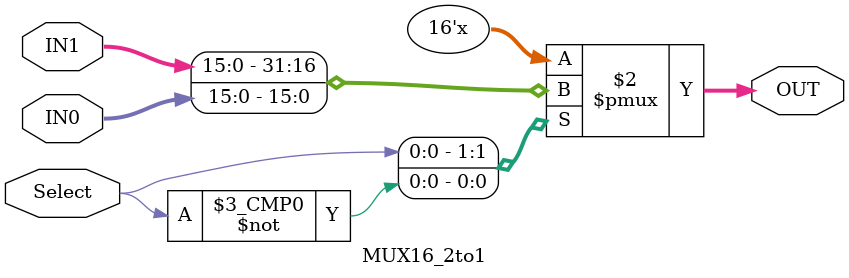
<source format=sv>
module MUX16_2to1 (input [15:0] IN0, IN1, 
						 input logic Select,
						 output logic [15:0] OUT);
						 
			always_comb
			
			begin
				case(Select)
				1'b1:
					OUT = IN1;
				1'b0:
					OUT = IN0;
				endcase
			end
						 
endmodule
</source>
